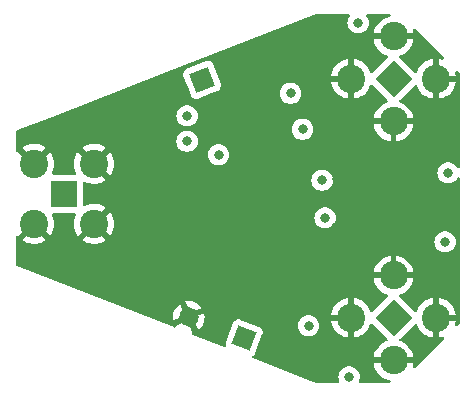
<source format=gbr>
%TF.GenerationSoftware,KiCad,Pcbnew,7.0.5*%
%TF.CreationDate,2023-11-04T19:56:55-04:00*%
%TF.ProjectId,Switch,53776974-6368-42e6-9b69-6361645f7063,rev?*%
%TF.SameCoordinates,Original*%
%TF.FileFunction,Copper,L2,Inr*%
%TF.FilePolarity,Positive*%
%FSLAX46Y46*%
G04 Gerber Fmt 4.6, Leading zero omitted, Abs format (unit mm)*
G04 Created by KiCad (PCBNEW 7.0.5) date 2023-11-04 19:56:55*
%MOMM*%
%LPD*%
G01*
G04 APERTURE LIST*
G04 Aperture macros list*
%AMRotRect*
0 Rectangle, with rotation*
0 The origin of the aperture is its center*
0 $1 length*
0 $2 width*
0 $3 Rotation angle, in degrees counterclockwise*
0 Add horizontal line*
21,1,$1,$2,0,0,$3*%
G04 Aperture macros list end*
%TA.AperFunction,ComponentPad*%
%ADD10RotRect,1.650000X1.650000X339.000000*%
%TD*%
%TA.AperFunction,ComponentPad*%
%ADD11C,1.650000*%
%TD*%
%TA.AperFunction,ComponentPad*%
%ADD12RotRect,2.250000X2.250000X45.000000*%
%TD*%
%TA.AperFunction,ComponentPad*%
%ADD13C,2.400000*%
%TD*%
%TA.AperFunction,ComponentPad*%
%ADD14RotRect,2.250000X2.250000X315.000000*%
%TD*%
%TA.AperFunction,ComponentPad*%
%ADD15RotRect,1.700000X1.700000X21.000000*%
%TD*%
%TA.AperFunction,ComponentPad*%
%ADD16R,2.250000X2.250000*%
%TD*%
%TA.AperFunction,ViaPad*%
%ADD17C,0.800000*%
%TD*%
G04 APERTURE END LIST*
D10*
%TO.N,+3.3V*%
%TO.C,J1*%
X156972000Y-94996000D03*
D11*
%TO.N,GND*%
X152304098Y-93204160D03*
%TD*%
D12*
%TO.N,LNA_INPUT*%
%TO.C,J3*%
X169627525Y-73069476D03*
D13*
%TO.N,GND*%
X166035423Y-73069476D03*
X169627525Y-76661578D03*
X173219627Y-73069476D03*
X169627525Y-69477374D03*
%TD*%
D14*
%TO.N,Power_Amp_Out*%
%TO.C,J4*%
X169627525Y-93300525D03*
D13*
%TO.N,GND*%
X169627525Y-89708423D03*
X166035423Y-93300525D03*
X169627525Y-96892627D03*
X173219627Y-93300525D03*
%TD*%
D15*
%TO.N,Net-(J5-Pin_1)*%
%TO.C,J5*%
X153416000Y-73152000D03*
%TD*%
D16*
%TO.N,Filter_output*%
%TO.C,J2*%
X141732000Y-82804000D03*
D13*
%TO.N,GND*%
X144272000Y-85344000D03*
X144272000Y-80264000D03*
X139192000Y-80264000D03*
X139192000Y-85344000D03*
%TD*%
D17*
%TO.N,+3.3V*%
X173990000Y-86868000D03*
X152146000Y-76200000D03*
X160909000Y-74295000D03*
X165862000Y-98298000D03*
X174244000Y-81026000D03*
X162433000Y-93980000D03*
X166624000Y-68326000D03*
%TO.N,Net-(IC1-V1)*%
X154813000Y-79502000D03*
X163576000Y-81661000D03*
%TO.N,Net-(IC1-V2)*%
X152146000Y-78359000D03*
X163830000Y-84836000D03*
X161925000Y-77343000D03*
%TO.N,GND*%
X159385000Y-82042000D03*
X169164000Y-85852000D03*
X152908000Y-86614000D03*
X166116000Y-91186000D03*
X148590000Y-82042000D03*
X154178000Y-88900000D03*
X164719000Y-78486000D03*
X169164000Y-83312000D03*
X166751000Y-80391000D03*
X166751000Y-86106000D03*
X158496000Y-86868000D03*
X158242000Y-89408000D03*
X149860000Y-84582000D03*
X164719000Y-86741000D03*
X160528000Y-82042000D03*
X173228000Y-84836000D03*
X154178000Y-85344000D03*
X164719000Y-80518000D03*
X165354000Y-90424000D03*
X156464000Y-82042000D03*
X146785221Y-90451452D03*
X148971000Y-84963000D03*
X166878000Y-77343000D03*
X154940000Y-93472000D03*
X154813000Y-84582000D03*
X153924000Y-82042000D03*
X167005000Y-83312000D03*
X164592000Y-69088000D03*
X150114000Y-81915000D03*
X147574000Y-86487000D03*
X173228000Y-88900000D03*
X167386000Y-89789000D03*
X164719000Y-88011000D03*
X159258000Y-84582000D03*
X164846000Y-81534000D03*
X173736000Y-78740000D03*
X147193000Y-82169000D03*
X158242000Y-91694000D03*
X149860000Y-74168000D03*
X155194000Y-90678000D03*
X152400000Y-89916000D03*
X166751000Y-78359000D03*
X163068000Y-75692000D03*
X160274000Y-84582000D03*
X159566660Y-90396781D03*
X164719000Y-79502000D03*
X155321000Y-82042000D03*
X161671000Y-82042000D03*
X164719000Y-85598000D03*
X155956000Y-84582000D03*
X159258000Y-88392000D03*
X165227000Y-76200000D03*
X144697642Y-75664435D03*
X165989000Y-75311000D03*
X152527000Y-82042000D03*
X156464000Y-78486000D03*
X167513000Y-76454000D03*
X171704000Y-79756000D03*
X171196000Y-84328000D03*
X151257000Y-82042000D03*
X166751000Y-79375000D03*
X155942469Y-87049246D03*
X158242000Y-84582000D03*
X164846000Y-77216000D03*
X149860000Y-88392000D03*
X162052000Y-71628000D03*
X166751000Y-88646000D03*
X166751000Y-84963000D03*
X171196000Y-81788000D03*
X162511649Y-90903761D03*
X161544000Y-88265000D03*
X169164000Y-80772000D03*
X151003000Y-84582000D03*
X166751000Y-87376000D03*
X164719000Y-96774000D03*
X161036000Y-69596000D03*
X173228000Y-82296000D03*
X166751000Y-81534000D03*
X164846000Y-89281000D03*
X149606000Y-80391000D03*
X156718000Y-92202000D03*
X159258000Y-92964000D03*
X171196000Y-86868000D03*
X151511000Y-85344000D03*
X147828000Y-76708000D03*
X157099000Y-84582000D03*
X159004000Y-72136000D03*
X142748000Y-88900000D03*
%TD*%
%TA.AperFunction,Conductor*%
%TO.N,GND*%
G36*
X165886446Y-67584185D02*
G01*
X165932201Y-67636989D01*
X165942145Y-67706147D01*
X165913120Y-67769703D01*
X165911557Y-67771472D01*
X165891466Y-67793785D01*
X165796821Y-67957715D01*
X165796818Y-67957722D01*
X165782756Y-68001002D01*
X165738326Y-68137744D01*
X165718540Y-68326000D01*
X165738326Y-68514256D01*
X165738327Y-68514259D01*
X165796818Y-68694277D01*
X165796821Y-68694284D01*
X165891467Y-68858216D01*
X165992535Y-68970463D01*
X166018129Y-68998888D01*
X166171265Y-69110148D01*
X166171270Y-69110151D01*
X166344192Y-69187142D01*
X166344197Y-69187144D01*
X166529354Y-69226500D01*
X166529355Y-69226500D01*
X166718644Y-69226500D01*
X166718646Y-69226500D01*
X166903803Y-69187144D01*
X167076730Y-69110151D01*
X167229871Y-68998888D01*
X167356533Y-68858216D01*
X167451179Y-68694284D01*
X167509674Y-68514256D01*
X167529460Y-68326000D01*
X167509674Y-68137744D01*
X167451179Y-67957716D01*
X167356533Y-67793784D01*
X167336442Y-67771471D01*
X167306213Y-67708481D01*
X167314838Y-67639146D01*
X167359579Y-67585480D01*
X167426232Y-67564522D01*
X167428593Y-67564500D01*
X169257785Y-67564500D01*
X169324824Y-67584185D01*
X169370579Y-67636989D01*
X169380523Y-67706147D01*
X169351498Y-67769703D01*
X169292720Y-67807477D01*
X169276266Y-67811115D01*
X169248183Y-67815347D01*
X169248177Y-67815349D01*
X169004700Y-67890452D01*
X168775149Y-68000997D01*
X168775141Y-68001002D01*
X168564622Y-68144531D01*
X168377845Y-68317833D01*
X168218980Y-68517045D01*
X168091583Y-68737702D01*
X167998498Y-68974879D01*
X167998492Y-68974898D01*
X167941800Y-69223287D01*
X167941799Y-69223294D01*
X167941493Y-69227374D01*
X168867442Y-69227374D01*
X168842648Y-69298231D01*
X168822463Y-69477374D01*
X168842648Y-69656517D01*
X168867442Y-69727374D01*
X167941493Y-69727374D01*
X167941799Y-69731453D01*
X167941800Y-69731460D01*
X167998492Y-69979849D01*
X167998498Y-69979868D01*
X168091583Y-70217045D01*
X168091582Y-70217045D01*
X168218980Y-70437702D01*
X168377845Y-70636914D01*
X168564622Y-70810216D01*
X168775141Y-70953745D01*
X168775149Y-70953750D01*
X169004700Y-71064295D01*
X169059647Y-71081244D01*
X169117906Y-71119814D01*
X169146063Y-71183759D01*
X169135180Y-71252776D01*
X169110778Y-71287416D01*
X167845370Y-72552826D01*
X167784047Y-72586311D01*
X167714356Y-72581327D01*
X167658422Y-72539456D01*
X167642260Y-72510447D01*
X167571361Y-72329798D01*
X167443967Y-72109147D01*
X167285102Y-71909935D01*
X167098328Y-71736635D01*
X166887800Y-71593100D01*
X166887799Y-71593099D01*
X166658246Y-71482554D01*
X166658248Y-71482554D01*
X166414777Y-71407453D01*
X166414771Y-71407452D01*
X166285423Y-71387955D01*
X166285423Y-72309392D01*
X166214566Y-72284599D01*
X166080349Y-72269476D01*
X165990497Y-72269476D01*
X165856280Y-72284599D01*
X165785422Y-72309392D01*
X165785423Y-71387955D01*
X165656074Y-71407452D01*
X165656068Y-71407453D01*
X165412598Y-71482554D01*
X165183047Y-71593099D01*
X165183039Y-71593104D01*
X164972520Y-71736633D01*
X164785743Y-71909935D01*
X164626878Y-72109147D01*
X164499481Y-72329804D01*
X164406396Y-72566981D01*
X164406390Y-72567000D01*
X164349698Y-72815389D01*
X164349697Y-72815396D01*
X164349391Y-72819476D01*
X165275340Y-72819476D01*
X165250546Y-72890333D01*
X165230361Y-73069476D01*
X165250546Y-73248619D01*
X165275340Y-73319476D01*
X164349391Y-73319476D01*
X164349697Y-73323555D01*
X164349698Y-73323562D01*
X164406390Y-73571951D01*
X164406396Y-73571970D01*
X164499481Y-73809147D01*
X164499480Y-73809147D01*
X164626878Y-74029804D01*
X164785743Y-74229016D01*
X164972520Y-74402318D01*
X165183039Y-74545847D01*
X165183047Y-74545852D01*
X165412599Y-74656397D01*
X165412597Y-74656397D01*
X165656075Y-74731500D01*
X165656083Y-74731502D01*
X165785423Y-74750996D01*
X165785423Y-73829559D01*
X165856280Y-73854353D01*
X165990497Y-73869476D01*
X166080349Y-73869476D01*
X166214566Y-73854353D01*
X166285423Y-73829559D01*
X166285423Y-74750995D01*
X166414762Y-74731502D01*
X166414770Y-74731500D01*
X166658247Y-74656397D01*
X166887799Y-74545852D01*
X166887800Y-74545851D01*
X167098328Y-74402316D01*
X167285102Y-74229016D01*
X167443967Y-74029804D01*
X167571361Y-73809153D01*
X167642260Y-73628505D01*
X167685076Y-73573291D01*
X167750946Y-73549990D01*
X167818957Y-73566000D01*
X167845370Y-73586126D01*
X168185960Y-73926715D01*
X168805097Y-74545852D01*
X169110780Y-74851534D01*
X169144265Y-74912857D01*
X169139281Y-74982548D01*
X169097410Y-75038482D01*
X169059651Y-75057705D01*
X169004705Y-75074654D01*
X169004701Y-75074656D01*
X168775149Y-75185201D01*
X168775141Y-75185206D01*
X168564622Y-75328735D01*
X168377845Y-75502037D01*
X168218980Y-75701249D01*
X168091583Y-75921906D01*
X167998498Y-76159083D01*
X167998492Y-76159102D01*
X167941800Y-76407491D01*
X167941799Y-76407498D01*
X167941493Y-76411578D01*
X168867442Y-76411578D01*
X168842648Y-76482435D01*
X168822463Y-76661578D01*
X168842648Y-76840721D01*
X168867442Y-76911578D01*
X167941493Y-76911578D01*
X167941799Y-76915657D01*
X167941800Y-76915664D01*
X167998492Y-77164053D01*
X167998498Y-77164072D01*
X168091583Y-77401249D01*
X168091582Y-77401249D01*
X168218980Y-77621906D01*
X168377845Y-77821118D01*
X168564622Y-77994420D01*
X168775141Y-78137949D01*
X168775149Y-78137954D01*
X169004701Y-78248499D01*
X169004699Y-78248499D01*
X169248177Y-78323602D01*
X169248185Y-78323604D01*
X169377525Y-78343098D01*
X169377525Y-77421661D01*
X169448382Y-77446455D01*
X169582599Y-77461578D01*
X169672451Y-77461578D01*
X169806668Y-77446455D01*
X169877525Y-77421661D01*
X169877525Y-78343097D01*
X170006864Y-78323604D01*
X170006872Y-78323602D01*
X170250349Y-78248499D01*
X170479901Y-78137954D01*
X170479902Y-78137953D01*
X170690430Y-77994418D01*
X170877204Y-77821118D01*
X171036069Y-77621906D01*
X171163466Y-77401249D01*
X171256551Y-77164072D01*
X171256557Y-77164053D01*
X171313249Y-76915664D01*
X171313250Y-76915657D01*
X171313557Y-76911578D01*
X170387608Y-76911578D01*
X170412402Y-76840721D01*
X170432587Y-76661578D01*
X170412402Y-76482435D01*
X170387608Y-76411578D01*
X171313556Y-76411578D01*
X171313250Y-76407498D01*
X171313249Y-76407491D01*
X171256557Y-76159102D01*
X171256551Y-76159083D01*
X171163466Y-75921906D01*
X171163467Y-75921906D01*
X171036069Y-75701249D01*
X170877204Y-75502037D01*
X170690430Y-75328737D01*
X170479902Y-75185202D01*
X170479901Y-75185201D01*
X170250349Y-75074656D01*
X170195400Y-75057707D01*
X170137141Y-75019137D01*
X170108983Y-74955192D01*
X170119867Y-74886175D01*
X170144264Y-74851540D01*
X171409682Y-73586121D01*
X171471001Y-73552639D01*
X171540692Y-73557623D01*
X171596626Y-73599494D01*
X171612787Y-73628503D01*
X171683685Y-73809147D01*
X171683684Y-73809147D01*
X171811082Y-74029804D01*
X171969947Y-74229016D01*
X172156724Y-74402318D01*
X172367243Y-74545847D01*
X172367251Y-74545852D01*
X172596803Y-74656397D01*
X172596801Y-74656397D01*
X172840279Y-74731500D01*
X172840287Y-74731502D01*
X172969627Y-74750996D01*
X172969627Y-73829559D01*
X173040484Y-73854353D01*
X173174701Y-73869476D01*
X173264553Y-73869476D01*
X173398770Y-73854353D01*
X173469627Y-73829559D01*
X173469627Y-74750995D01*
X173598966Y-74731502D01*
X173598974Y-74731500D01*
X173842451Y-74656397D01*
X174072003Y-74545852D01*
X174072004Y-74545851D01*
X174282532Y-74402316D01*
X174469306Y-74229016D01*
X174628171Y-74029804D01*
X174755568Y-73809147D01*
X174848653Y-73571970D01*
X174848659Y-73571951D01*
X174905351Y-73323562D01*
X174905352Y-73323555D01*
X174905659Y-73319476D01*
X173979710Y-73319476D01*
X174004504Y-73248619D01*
X174024689Y-73069476D01*
X174004504Y-72890333D01*
X173979710Y-72819476D01*
X174905658Y-72819476D01*
X174905352Y-72815396D01*
X174905351Y-72815389D01*
X174848659Y-72567000D01*
X174847291Y-72562565D01*
X174849450Y-72561898D01*
X174844070Y-72501508D01*
X174876480Y-72439609D01*
X174937209Y-72405059D01*
X175006977Y-72408827D01*
X175053359Y-72438066D01*
X175223181Y-72607888D01*
X175256666Y-72669211D01*
X175259500Y-72695569D01*
X175259499Y-80521123D01*
X175239814Y-80588162D01*
X175187010Y-80633917D01*
X175117852Y-80643861D01*
X175054296Y-80614836D01*
X175028115Y-80583126D01*
X174976533Y-80493784D01*
X174849871Y-80353112D01*
X174849870Y-80353111D01*
X174696734Y-80241851D01*
X174696729Y-80241848D01*
X174523807Y-80164857D01*
X174523802Y-80164855D01*
X174378001Y-80133865D01*
X174338646Y-80125500D01*
X174149354Y-80125500D01*
X174116897Y-80132398D01*
X173964197Y-80164855D01*
X173964192Y-80164857D01*
X173791270Y-80241848D01*
X173791265Y-80241851D01*
X173638129Y-80353111D01*
X173511466Y-80493785D01*
X173416821Y-80657715D01*
X173416818Y-80657722D01*
X173370636Y-80799857D01*
X173358326Y-80837744D01*
X173338540Y-81026000D01*
X173358326Y-81214256D01*
X173358327Y-81214259D01*
X173416818Y-81394277D01*
X173416821Y-81394284D01*
X173511467Y-81558216D01*
X173638128Y-81698887D01*
X173638129Y-81698888D01*
X173791265Y-81810148D01*
X173791270Y-81810151D01*
X173964192Y-81887142D01*
X173964197Y-81887144D01*
X174149354Y-81926500D01*
X174149355Y-81926500D01*
X174338644Y-81926500D01*
X174338646Y-81926500D01*
X174523803Y-81887144D01*
X174696730Y-81810151D01*
X174849871Y-81698888D01*
X174976533Y-81558216D01*
X175028113Y-81468875D01*
X175078677Y-81420661D01*
X175147284Y-81407437D01*
X175212149Y-81433404D01*
X175252679Y-81490318D01*
X175259499Y-81530876D01*
X175259500Y-82803901D01*
X175259500Y-93674429D01*
X175239815Y-93741468D01*
X175223181Y-93762110D01*
X175053360Y-93931931D01*
X174992037Y-93965416D01*
X174922345Y-93960432D01*
X174866412Y-93918560D01*
X174841995Y-93853096D01*
X174848934Y-93807943D01*
X174847291Y-93807436D01*
X174848659Y-93803000D01*
X174905351Y-93554611D01*
X174905352Y-93554604D01*
X174905659Y-93550525D01*
X173979710Y-93550525D01*
X174004504Y-93479668D01*
X174024689Y-93300525D01*
X174004504Y-93121382D01*
X173979710Y-93050525D01*
X174905658Y-93050525D01*
X174905352Y-93046445D01*
X174905351Y-93046438D01*
X174848659Y-92798049D01*
X174848653Y-92798030D01*
X174755568Y-92560853D01*
X174755569Y-92560853D01*
X174628171Y-92340196D01*
X174469306Y-92140984D01*
X174282532Y-91967684D01*
X174072004Y-91824149D01*
X174072003Y-91824148D01*
X173842450Y-91713603D01*
X173842452Y-91713603D01*
X173598981Y-91638502D01*
X173598975Y-91638501D01*
X173469627Y-91619004D01*
X173469627Y-92540441D01*
X173398770Y-92515648D01*
X173264553Y-92500525D01*
X173174701Y-92500525D01*
X173040484Y-92515648D01*
X172969627Y-92540441D01*
X172969627Y-91619004D01*
X172840278Y-91638501D01*
X172840272Y-91638502D01*
X172596802Y-91713603D01*
X172367251Y-91824148D01*
X172367243Y-91824153D01*
X172156724Y-91967682D01*
X171969947Y-92140984D01*
X171811082Y-92340196D01*
X171683686Y-92560851D01*
X171612788Y-92741496D01*
X171569972Y-92796709D01*
X171504102Y-92820010D01*
X171436091Y-92803999D01*
X171409679Y-92783874D01*
X170499903Y-91874099D01*
X170144268Y-91518465D01*
X170110784Y-91457143D01*
X170115768Y-91387452D01*
X170157639Y-91331518D01*
X170195400Y-91312294D01*
X170250349Y-91295344D01*
X170479901Y-91184799D01*
X170479902Y-91184798D01*
X170690430Y-91041263D01*
X170877204Y-90867963D01*
X171036069Y-90668751D01*
X171163466Y-90448094D01*
X171256551Y-90210917D01*
X171256557Y-90210898D01*
X171313249Y-89962509D01*
X171313250Y-89962502D01*
X171313557Y-89958423D01*
X170387608Y-89958423D01*
X170412402Y-89887566D01*
X170432587Y-89708423D01*
X170412402Y-89529280D01*
X170387608Y-89458423D01*
X171313556Y-89458423D01*
X171313250Y-89454343D01*
X171313249Y-89454336D01*
X171256557Y-89205947D01*
X171256551Y-89205928D01*
X171163466Y-88968751D01*
X171163467Y-88968751D01*
X171036069Y-88748094D01*
X170877204Y-88548882D01*
X170690430Y-88375582D01*
X170479902Y-88232047D01*
X170479901Y-88232046D01*
X170250348Y-88121501D01*
X170250350Y-88121501D01*
X170006879Y-88046400D01*
X170006873Y-88046399D01*
X169877525Y-88026902D01*
X169877525Y-88948339D01*
X169806668Y-88923546D01*
X169672451Y-88908423D01*
X169582599Y-88908423D01*
X169448382Y-88923546D01*
X169377525Y-88948339D01*
X169377525Y-88026902D01*
X169248176Y-88046399D01*
X169248170Y-88046400D01*
X169004700Y-88121501D01*
X168775149Y-88232046D01*
X168775141Y-88232051D01*
X168564622Y-88375580D01*
X168377845Y-88548882D01*
X168218980Y-88748094D01*
X168091583Y-88968751D01*
X167998498Y-89205928D01*
X167998492Y-89205947D01*
X167941800Y-89454336D01*
X167941799Y-89454343D01*
X167941493Y-89458423D01*
X168867442Y-89458423D01*
X168842648Y-89529280D01*
X168822463Y-89708423D01*
X168842648Y-89887566D01*
X168867442Y-89958423D01*
X167941493Y-89958423D01*
X167941799Y-89962502D01*
X167941800Y-89962509D01*
X167998492Y-90210898D01*
X167998498Y-90210917D01*
X168091583Y-90448094D01*
X168091582Y-90448094D01*
X168218980Y-90668751D01*
X168377845Y-90867963D01*
X168564622Y-91041265D01*
X168775141Y-91184794D01*
X168775149Y-91184799D01*
X169004700Y-91295344D01*
X169059647Y-91312293D01*
X169117906Y-91350863D01*
X169146063Y-91414808D01*
X169135180Y-91483825D01*
X169110778Y-91518465D01*
X167845370Y-92783875D01*
X167784047Y-92817360D01*
X167714356Y-92812376D01*
X167658422Y-92770505D01*
X167642260Y-92741496D01*
X167571361Y-92560847D01*
X167443967Y-92340196D01*
X167285102Y-92140984D01*
X167098328Y-91967684D01*
X166887800Y-91824149D01*
X166887799Y-91824148D01*
X166658246Y-91713603D01*
X166658248Y-91713603D01*
X166414777Y-91638502D01*
X166414771Y-91638501D01*
X166285423Y-91619004D01*
X166285423Y-92540441D01*
X166214566Y-92515648D01*
X166080349Y-92500525D01*
X165990497Y-92500525D01*
X165856280Y-92515648D01*
X165785422Y-92540441D01*
X165785423Y-91619004D01*
X165656074Y-91638501D01*
X165656068Y-91638502D01*
X165412598Y-91713603D01*
X165183047Y-91824148D01*
X165183039Y-91824153D01*
X164972520Y-91967682D01*
X164785743Y-92140984D01*
X164626878Y-92340196D01*
X164499481Y-92560853D01*
X164406396Y-92798030D01*
X164406390Y-92798049D01*
X164349698Y-93046438D01*
X164349697Y-93046445D01*
X164349391Y-93050525D01*
X165275340Y-93050525D01*
X165250546Y-93121382D01*
X165230361Y-93300525D01*
X165250546Y-93479668D01*
X165275340Y-93550525D01*
X164349391Y-93550525D01*
X164349697Y-93554604D01*
X164349698Y-93554611D01*
X164406390Y-93803000D01*
X164406396Y-93803019D01*
X164499481Y-94040196D01*
X164499480Y-94040196D01*
X164626878Y-94260853D01*
X164785743Y-94460065D01*
X164972520Y-94633367D01*
X165183039Y-94776896D01*
X165183047Y-94776901D01*
X165412599Y-94887446D01*
X165412597Y-94887446D01*
X165656075Y-94962549D01*
X165656083Y-94962551D01*
X165785423Y-94982045D01*
X165785423Y-94060608D01*
X165856280Y-94085402D01*
X165990497Y-94100525D01*
X166080349Y-94100525D01*
X166214566Y-94085402D01*
X166285423Y-94060608D01*
X166285423Y-94982044D01*
X166414762Y-94962551D01*
X166414770Y-94962549D01*
X166658247Y-94887446D01*
X166887799Y-94776901D01*
X166887800Y-94776900D01*
X167098328Y-94633365D01*
X167285102Y-94460065D01*
X167443967Y-94260853D01*
X167571361Y-94040202D01*
X167642260Y-93859554D01*
X167685076Y-93804340D01*
X167750946Y-93781039D01*
X167818957Y-93797049D01*
X167845370Y-93817175D01*
X168196452Y-94168256D01*
X168869340Y-94841144D01*
X169110780Y-95082583D01*
X169144265Y-95143906D01*
X169139281Y-95213597D01*
X169097410Y-95269531D01*
X169059651Y-95288754D01*
X169004705Y-95305703D01*
X169004701Y-95305705D01*
X168775149Y-95416250D01*
X168775141Y-95416255D01*
X168564622Y-95559784D01*
X168377845Y-95733086D01*
X168218980Y-95932298D01*
X168091583Y-96152955D01*
X167998498Y-96390132D01*
X167998492Y-96390151D01*
X167941800Y-96638540D01*
X167941799Y-96638547D01*
X167941493Y-96642627D01*
X168867442Y-96642627D01*
X168842648Y-96713484D01*
X168822463Y-96892627D01*
X168842648Y-97071770D01*
X168867442Y-97142627D01*
X167941493Y-97142627D01*
X167941799Y-97146706D01*
X167941800Y-97146713D01*
X167998492Y-97395102D01*
X167998498Y-97395121D01*
X168091583Y-97632298D01*
X168091582Y-97632298D01*
X168218980Y-97852955D01*
X168377845Y-98052167D01*
X168564622Y-98225469D01*
X168775141Y-98368998D01*
X168775149Y-98369003D01*
X169004701Y-98479548D01*
X169004699Y-98479548D01*
X169248177Y-98554651D01*
X169248183Y-98554653D01*
X169276260Y-98558885D01*
X169339617Y-98588341D01*
X169376991Y-98647375D01*
X169376516Y-98717243D01*
X169338343Y-98775763D01*
X169274591Y-98804355D01*
X169257779Y-98805500D01*
X166814617Y-98805500D01*
X166747578Y-98785815D01*
X166701823Y-98733011D01*
X166691879Y-98663853D01*
X166696686Y-98643182D01*
X166738982Y-98513006D01*
X166747674Y-98486256D01*
X166767460Y-98298000D01*
X166747674Y-98109744D01*
X166689179Y-97929716D01*
X166594533Y-97765784D01*
X166467871Y-97625112D01*
X166467870Y-97625111D01*
X166314734Y-97513851D01*
X166314729Y-97513848D01*
X166141807Y-97436857D01*
X166141802Y-97436855D01*
X165968619Y-97400045D01*
X165956646Y-97397500D01*
X165767354Y-97397500D01*
X165755381Y-97400045D01*
X165582197Y-97436855D01*
X165582192Y-97436857D01*
X165409270Y-97513848D01*
X165409265Y-97513851D01*
X165256129Y-97625111D01*
X165129466Y-97765785D01*
X165034821Y-97929715D01*
X165034818Y-97929722D01*
X164976327Y-98109740D01*
X164976326Y-98109744D01*
X164956540Y-98298000D01*
X164976326Y-98486256D01*
X164976327Y-98486259D01*
X165027314Y-98643182D01*
X165029309Y-98713023D01*
X164993229Y-98772856D01*
X164930528Y-98803684D01*
X164909383Y-98805500D01*
X163091419Y-98805500D01*
X163046364Y-98797025D01*
X163024361Y-98788444D01*
X162424898Y-98554653D01*
X157715164Y-96717856D01*
X157659859Y-96675158D01*
X157636417Y-96609339D01*
X157652282Y-96541294D01*
X157694176Y-96497382D01*
X157774026Y-96447135D01*
X157869306Y-96339268D01*
X157896651Y-96285914D01*
X158522269Y-94656120D01*
X158537650Y-94598172D01*
X158539020Y-94454256D01*
X158499788Y-94315785D01*
X158499787Y-94315782D01*
X158423136Y-94193976D01*
X158423135Y-94193974D01*
X158315268Y-94098694D01*
X158315263Y-94098691D01*
X158315261Y-94098690D01*
X158261915Y-94071349D01*
X158261913Y-94071348D01*
X158023943Y-93980000D01*
X161527540Y-93980000D01*
X161547326Y-94168256D01*
X161547327Y-94168259D01*
X161605818Y-94348277D01*
X161605821Y-94348284D01*
X161700467Y-94512216D01*
X161795431Y-94617684D01*
X161827129Y-94652888D01*
X161980265Y-94764148D01*
X161980270Y-94764151D01*
X162153192Y-94841142D01*
X162153197Y-94841144D01*
X162338354Y-94880500D01*
X162338355Y-94880500D01*
X162527644Y-94880500D01*
X162527646Y-94880500D01*
X162712803Y-94841144D01*
X162885730Y-94764151D01*
X163038871Y-94652888D01*
X163165533Y-94512216D01*
X163260179Y-94348284D01*
X163318674Y-94168256D01*
X163338460Y-93980000D01*
X163318674Y-93791744D01*
X163260179Y-93611716D01*
X163165533Y-93447784D01*
X163038871Y-93307112D01*
X163029805Y-93300525D01*
X162885734Y-93195851D01*
X162885729Y-93195848D01*
X162712807Y-93118857D01*
X162712802Y-93118855D01*
X162567001Y-93087865D01*
X162527646Y-93079500D01*
X162338354Y-93079500D01*
X162305897Y-93086398D01*
X162153197Y-93118855D01*
X162153192Y-93118857D01*
X161980270Y-93195848D01*
X161980265Y-93195851D01*
X161827129Y-93307111D01*
X161700466Y-93447785D01*
X161605821Y-93611715D01*
X161605818Y-93611722D01*
X161548324Y-93788672D01*
X161547326Y-93791744D01*
X161527540Y-93980000D01*
X158023943Y-93980000D01*
X156632124Y-93445732D01*
X156621191Y-93442830D01*
X156574172Y-93430350D01*
X156574170Y-93430349D01*
X156574162Y-93430349D01*
X156430256Y-93428979D01*
X156291785Y-93468211D01*
X156291782Y-93468212D01*
X156169976Y-93544863D01*
X156169974Y-93544864D01*
X156169974Y-93544865D01*
X156161365Y-93554611D01*
X156074695Y-93652731D01*
X156074690Y-93652738D01*
X156047349Y-93706084D01*
X156047348Y-93706086D01*
X155421732Y-95335875D01*
X155406350Y-95393828D01*
X155406349Y-95393837D01*
X155404979Y-95537744D01*
X155425910Y-95611621D01*
X155425245Y-95681487D01*
X155386913Y-95739903D01*
X155323084Y-95768322D01*
X155261551Y-95760947D01*
X152608356Y-94726201D01*
X152553051Y-94683503D01*
X152529609Y-94617684D01*
X152545474Y-94549639D01*
X152595608Y-94500973D01*
X152604082Y-94497653D01*
X152605249Y-94495206D01*
X152319837Y-93854160D01*
X152344992Y-93854160D01*
X152467031Y-93838743D01*
X152619727Y-93778286D01*
X152752590Y-93681755D01*
X152777168Y-93652044D01*
X153061732Y-94291185D01*
X153159046Y-94223045D01*
X153322979Y-94059111D01*
X153455965Y-93869190D01*
X153553945Y-93659069D01*
X153553949Y-93659060D01*
X153613950Y-93435128D01*
X153613952Y-93435118D01*
X153634159Y-93204160D01*
X153634159Y-93204159D01*
X153613952Y-92973201D01*
X153613950Y-92973191D01*
X153595145Y-92903007D01*
X153595144Y-92903007D01*
X152954384Y-93188291D01*
X152947659Y-93081394D01*
X152896910Y-92925204D01*
X152808912Y-92786541D01*
X152750542Y-92731729D01*
X153391122Y-92446525D01*
X153322983Y-92349212D01*
X153159049Y-92185278D01*
X152969128Y-92052292D01*
X152759007Y-91954312D01*
X152758998Y-91954308D01*
X152535066Y-91894307D01*
X152535056Y-91894305D01*
X152304099Y-91874099D01*
X152304097Y-91874099D01*
X152073140Y-91894305D01*
X152073124Y-91894308D01*
X152002946Y-91913111D01*
X152002946Y-91913112D01*
X152288358Y-92554160D01*
X152263204Y-92554160D01*
X152141165Y-92569577D01*
X151988469Y-92630034D01*
X151855606Y-92726565D01*
X151831027Y-92756275D01*
X151546463Y-92117133D01*
X151449153Y-92185272D01*
X151449147Y-92185277D01*
X151285212Y-92349211D01*
X151152231Y-92539128D01*
X151152230Y-92539130D01*
X151054250Y-92749250D01*
X151054246Y-92749259D01*
X150994245Y-92973191D01*
X150994243Y-92973201D01*
X150974037Y-93204159D01*
X150974037Y-93204160D01*
X150994243Y-93435117D01*
X150994246Y-93435130D01*
X151013049Y-93505310D01*
X151653811Y-93220025D01*
X151660537Y-93326926D01*
X151711286Y-93483116D01*
X151799284Y-93621779D01*
X151857651Y-93676589D01*
X151217071Y-93961794D01*
X151212107Y-93979691D01*
X151218180Y-93997697D01*
X151201170Y-94065464D01*
X151150222Y-94113277D01*
X151081512Y-94125955D01*
X151049223Y-94118139D01*
X137747445Y-88930446D01*
X137692140Y-88887748D01*
X137668698Y-88821929D01*
X137668500Y-88814921D01*
X137668500Y-86479337D01*
X137688185Y-86412298D01*
X137740989Y-86366543D01*
X137799454Y-86355532D01*
X137825453Y-86356992D01*
X138475338Y-85707108D01*
X138562577Y-85845948D01*
X138690052Y-85973423D01*
X138828890Y-86060661D01*
X138178813Y-86710737D01*
X138339623Y-86820375D01*
X138339624Y-86820376D01*
X138569176Y-86930921D01*
X138569174Y-86930921D01*
X138812652Y-87006024D01*
X138812658Y-87006026D01*
X139064595Y-87043999D01*
X139064604Y-87044000D01*
X139319396Y-87044000D01*
X139319404Y-87043999D01*
X139571341Y-87006026D01*
X139571347Y-87006024D01*
X139814824Y-86930921D01*
X140044381Y-86820373D01*
X140205185Y-86710737D01*
X139555108Y-86060661D01*
X139693948Y-85973423D01*
X139821423Y-85845948D01*
X139908661Y-85707108D01*
X140558545Y-86356993D01*
X140600545Y-86304327D01*
X140727941Y-86083671D01*
X140821026Y-85846494D01*
X140821031Y-85846477D01*
X140877726Y-85598079D01*
X140896767Y-85344004D01*
X140896767Y-85343995D01*
X140877726Y-85089920D01*
X140821031Y-84841522D01*
X140821026Y-84841505D01*
X140726247Y-84600010D01*
X140728051Y-84599301D01*
X140718023Y-84538341D01*
X140745755Y-84474210D01*
X140803756Y-84435254D01*
X140841087Y-84429499D01*
X142622907Y-84429499D01*
X142689946Y-84449184D01*
X142735701Y-84501988D01*
X142745645Y-84571146D01*
X142736947Y-84599693D01*
X142737753Y-84600010D01*
X142642973Y-84841505D01*
X142642968Y-84841522D01*
X142586273Y-85089920D01*
X142567233Y-85343995D01*
X142567233Y-85344004D01*
X142586273Y-85598079D01*
X142642968Y-85846477D01*
X142642973Y-85846494D01*
X142736058Y-86083671D01*
X142736057Y-86083671D01*
X142863457Y-86304332D01*
X142905452Y-86356993D01*
X143555338Y-85707107D01*
X143642577Y-85845948D01*
X143770052Y-85973423D01*
X143908890Y-86060661D01*
X143258813Y-86710737D01*
X143419623Y-86820375D01*
X143419624Y-86820376D01*
X143649176Y-86930921D01*
X143649174Y-86930921D01*
X143892652Y-87006024D01*
X143892658Y-87006026D01*
X144144595Y-87043999D01*
X144144604Y-87044000D01*
X144399396Y-87044000D01*
X144399404Y-87043999D01*
X144651341Y-87006026D01*
X144651347Y-87006024D01*
X144894824Y-86930921D01*
X145025482Y-86868000D01*
X173084540Y-86868000D01*
X173104326Y-87056256D01*
X173104327Y-87056259D01*
X173162818Y-87236277D01*
X173162821Y-87236284D01*
X173257467Y-87400216D01*
X173384128Y-87540887D01*
X173384129Y-87540888D01*
X173537265Y-87652148D01*
X173537270Y-87652151D01*
X173710192Y-87729142D01*
X173710197Y-87729144D01*
X173895354Y-87768500D01*
X173895355Y-87768500D01*
X174084644Y-87768500D01*
X174084646Y-87768500D01*
X174269803Y-87729144D01*
X174442730Y-87652151D01*
X174595871Y-87540888D01*
X174722533Y-87400216D01*
X174817179Y-87236284D01*
X174875674Y-87056256D01*
X174895460Y-86868000D01*
X174875674Y-86679744D01*
X174817179Y-86499716D01*
X174722533Y-86335784D01*
X174595871Y-86195112D01*
X174595870Y-86195111D01*
X174442734Y-86083851D01*
X174442729Y-86083848D01*
X174269807Y-86006857D01*
X174269802Y-86006855D01*
X174124001Y-85975865D01*
X174084646Y-85967500D01*
X173895354Y-85967500D01*
X173867488Y-85973423D01*
X173710197Y-86006855D01*
X173710192Y-86006857D01*
X173537270Y-86083848D01*
X173537265Y-86083851D01*
X173384129Y-86195111D01*
X173257466Y-86335785D01*
X173162821Y-86499715D01*
X173162818Y-86499722D01*
X173104327Y-86679740D01*
X173104326Y-86679744D01*
X173084540Y-86868000D01*
X145025482Y-86868000D01*
X145124381Y-86820373D01*
X145285185Y-86710737D01*
X144635108Y-86060661D01*
X144773948Y-85973423D01*
X144901423Y-85845948D01*
X144988661Y-85707108D01*
X145638545Y-86356993D01*
X145680545Y-86304327D01*
X145807941Y-86083671D01*
X145901026Y-85846494D01*
X145901031Y-85846477D01*
X145957726Y-85598079D01*
X145976767Y-85344004D01*
X145976767Y-85343995D01*
X145957726Y-85089920D01*
X145901031Y-84841522D01*
X145901026Y-84841505D01*
X145898865Y-84836000D01*
X162924540Y-84836000D01*
X162944326Y-85024256D01*
X162944327Y-85024259D01*
X163002818Y-85204277D01*
X163002821Y-85204284D01*
X163097467Y-85368216D01*
X163224128Y-85508887D01*
X163224129Y-85508888D01*
X163377265Y-85620148D01*
X163377270Y-85620151D01*
X163550192Y-85697142D01*
X163550197Y-85697144D01*
X163735354Y-85736500D01*
X163735355Y-85736500D01*
X163924644Y-85736500D01*
X163924646Y-85736500D01*
X164109803Y-85697144D01*
X164282730Y-85620151D01*
X164435871Y-85508888D01*
X164562533Y-85368216D01*
X164657179Y-85204284D01*
X164715674Y-85024256D01*
X164735460Y-84836000D01*
X164715674Y-84647744D01*
X164657179Y-84467716D01*
X164562533Y-84303784D01*
X164435871Y-84163112D01*
X164435870Y-84163111D01*
X164282734Y-84051851D01*
X164282729Y-84051848D01*
X164109807Y-83974857D01*
X164109802Y-83974855D01*
X163964000Y-83943865D01*
X163924646Y-83935500D01*
X163735354Y-83935500D01*
X163702897Y-83942398D01*
X163550197Y-83974855D01*
X163550192Y-83974857D01*
X163377270Y-84051848D01*
X163377265Y-84051851D01*
X163224129Y-84163111D01*
X163097466Y-84303785D01*
X163002821Y-84467715D01*
X163002818Y-84467722D01*
X162944327Y-84647740D01*
X162944326Y-84647744D01*
X162924540Y-84836000D01*
X145898865Y-84836000D01*
X145807941Y-84604328D01*
X145807942Y-84604328D01*
X145680544Y-84383671D01*
X145638546Y-84331006D01*
X144988661Y-84980890D01*
X144901423Y-84842052D01*
X144773948Y-84714577D01*
X144635108Y-84627338D01*
X145285185Y-83977261D01*
X145124377Y-83867624D01*
X145124376Y-83867623D01*
X144894823Y-83757078D01*
X144894825Y-83757078D01*
X144651347Y-83681975D01*
X144651341Y-83681973D01*
X144399404Y-83644000D01*
X144144595Y-83644000D01*
X143892658Y-83681973D01*
X143892652Y-83681975D01*
X143649175Y-83757078D01*
X143535300Y-83811918D01*
X143466359Y-83823270D01*
X143402225Y-83795548D01*
X143363259Y-83737552D01*
X143357499Y-83700203D01*
X143357499Y-81907801D01*
X143377184Y-81840763D01*
X143429988Y-81795008D01*
X143499146Y-81785064D01*
X143535300Y-81796082D01*
X143649176Y-81850921D01*
X143649174Y-81850921D01*
X143892652Y-81926024D01*
X143892658Y-81926026D01*
X144144595Y-81963999D01*
X144144604Y-81964000D01*
X144399396Y-81964000D01*
X144399404Y-81963999D01*
X144651341Y-81926026D01*
X144651347Y-81926024D01*
X144894824Y-81850921D01*
X145124381Y-81740373D01*
X145240798Y-81661000D01*
X162670540Y-81661000D01*
X162690326Y-81849256D01*
X162690327Y-81849259D01*
X162748818Y-82029277D01*
X162748821Y-82029284D01*
X162843467Y-82193216D01*
X162970129Y-82333888D01*
X163123265Y-82445148D01*
X163123270Y-82445151D01*
X163296192Y-82522142D01*
X163296197Y-82522144D01*
X163481354Y-82561500D01*
X163481355Y-82561500D01*
X163670644Y-82561500D01*
X163670646Y-82561500D01*
X163855803Y-82522144D01*
X164028730Y-82445151D01*
X164181871Y-82333888D01*
X164308533Y-82193216D01*
X164403179Y-82029284D01*
X164461674Y-81849256D01*
X164481460Y-81661000D01*
X164461674Y-81472744D01*
X164403179Y-81292716D01*
X164308533Y-81128784D01*
X164181871Y-80988112D01*
X164181870Y-80988111D01*
X164028734Y-80876851D01*
X164028729Y-80876848D01*
X163855807Y-80799857D01*
X163855802Y-80799855D01*
X163696277Y-80765948D01*
X163670646Y-80760500D01*
X163481354Y-80760500D01*
X163455723Y-80765948D01*
X163296197Y-80799855D01*
X163296192Y-80799857D01*
X163123270Y-80876848D01*
X163123265Y-80876851D01*
X162970129Y-80988111D01*
X162843466Y-81128785D01*
X162748821Y-81292715D01*
X162748818Y-81292722D01*
X162691582Y-81468878D01*
X162690326Y-81472744D01*
X162670540Y-81661000D01*
X145240798Y-81661000D01*
X145285185Y-81630737D01*
X144635108Y-80980661D01*
X144773948Y-80893423D01*
X144901423Y-80765948D01*
X144988661Y-80627108D01*
X145638545Y-81276993D01*
X145680545Y-81224327D01*
X145807941Y-81003671D01*
X145901026Y-80766494D01*
X145901031Y-80766477D01*
X145957726Y-80518079D01*
X145976767Y-80264004D01*
X145976767Y-80263995D01*
X145957726Y-80009920D01*
X145901031Y-79761522D01*
X145901026Y-79761505D01*
X145807941Y-79524328D01*
X145807942Y-79524328D01*
X145795051Y-79502000D01*
X153907540Y-79502000D01*
X153927326Y-79690256D01*
X153927327Y-79690259D01*
X153985818Y-79870277D01*
X153985821Y-79870284D01*
X154080467Y-80034216D01*
X154162660Y-80125500D01*
X154207129Y-80174888D01*
X154360265Y-80286148D01*
X154360270Y-80286151D01*
X154533192Y-80363142D01*
X154533197Y-80363144D01*
X154718354Y-80402500D01*
X154718355Y-80402500D01*
X154907644Y-80402500D01*
X154907646Y-80402500D01*
X155092803Y-80363144D01*
X155265730Y-80286151D01*
X155418871Y-80174888D01*
X155545533Y-80034216D01*
X155640179Y-79870284D01*
X155698674Y-79690256D01*
X155718460Y-79502000D01*
X155698674Y-79313744D01*
X155640179Y-79133716D01*
X155545533Y-78969784D01*
X155418871Y-78829112D01*
X155418870Y-78829111D01*
X155265734Y-78717851D01*
X155265729Y-78717848D01*
X155092807Y-78640857D01*
X155092802Y-78640855D01*
X154947001Y-78609865D01*
X154907646Y-78601500D01*
X154718354Y-78601500D01*
X154685897Y-78608398D01*
X154533197Y-78640855D01*
X154533192Y-78640857D01*
X154360270Y-78717848D01*
X154360265Y-78717851D01*
X154207129Y-78829111D01*
X154080466Y-78969785D01*
X153985821Y-79133715D01*
X153985818Y-79133722D01*
X153944951Y-79259500D01*
X153927326Y-79313744D01*
X153907540Y-79502000D01*
X145795051Y-79502000D01*
X145680544Y-79303671D01*
X145638546Y-79251006D01*
X144988661Y-79900890D01*
X144901423Y-79762052D01*
X144773948Y-79634577D01*
X144635107Y-79547337D01*
X145285185Y-78897261D01*
X145124377Y-78787624D01*
X145124376Y-78787623D01*
X144894823Y-78677078D01*
X144894825Y-78677078D01*
X144651347Y-78601975D01*
X144651341Y-78601973D01*
X144399404Y-78564000D01*
X144144595Y-78564000D01*
X143892658Y-78601973D01*
X143892652Y-78601975D01*
X143649175Y-78677078D01*
X143419624Y-78787623D01*
X143419616Y-78787628D01*
X143258813Y-78897261D01*
X143908891Y-79547338D01*
X143770052Y-79634577D01*
X143642577Y-79762052D01*
X143555338Y-79900891D01*
X142905453Y-79251006D01*
X142863455Y-79303670D01*
X142736058Y-79524328D01*
X142642973Y-79761505D01*
X142642968Y-79761522D01*
X142586273Y-80009920D01*
X142567233Y-80263995D01*
X142567233Y-80264004D01*
X142586273Y-80518079D01*
X142642968Y-80766477D01*
X142642973Y-80766494D01*
X142737753Y-81007990D01*
X142735940Y-81008701D01*
X142745982Y-81069618D01*
X142718271Y-81133758D01*
X142660282Y-81172733D01*
X142622907Y-81178500D01*
X140841093Y-81178500D01*
X140774054Y-81158815D01*
X140728299Y-81106011D01*
X140718355Y-81036853D01*
X140727056Y-81008307D01*
X140726247Y-81007990D01*
X140821026Y-80766494D01*
X140821031Y-80766477D01*
X140877726Y-80518079D01*
X140896767Y-80264004D01*
X140896767Y-80263995D01*
X140877726Y-80009920D01*
X140821031Y-79761522D01*
X140821026Y-79761505D01*
X140727941Y-79524328D01*
X140727942Y-79524328D01*
X140600544Y-79303671D01*
X140558545Y-79251005D01*
X139908660Y-79900890D01*
X139821423Y-79762052D01*
X139693948Y-79634577D01*
X139555107Y-79547337D01*
X140205185Y-78897261D01*
X140044377Y-78787624D01*
X140044376Y-78787623D01*
X139814823Y-78677078D01*
X139814825Y-78677078D01*
X139571347Y-78601975D01*
X139571341Y-78601973D01*
X139319404Y-78564000D01*
X139064595Y-78564000D01*
X138812658Y-78601973D01*
X138812652Y-78601975D01*
X138569175Y-78677078D01*
X138339624Y-78787623D01*
X138339616Y-78787628D01*
X138178813Y-78897261D01*
X138828891Y-79547338D01*
X138690052Y-79634577D01*
X138562577Y-79762052D01*
X138475338Y-79900891D01*
X137825452Y-79251005D01*
X137799452Y-79252466D01*
X137731415Y-79236571D01*
X137682771Y-79186415D01*
X137668500Y-79128661D01*
X137668500Y-78359000D01*
X151240540Y-78359000D01*
X151260326Y-78547256D01*
X151260327Y-78547259D01*
X151318818Y-78727277D01*
X151318821Y-78727284D01*
X151413467Y-78891216D01*
X151484211Y-78969785D01*
X151540129Y-79031888D01*
X151693265Y-79143148D01*
X151693270Y-79143151D01*
X151866192Y-79220142D01*
X151866197Y-79220144D01*
X152051354Y-79259500D01*
X152051355Y-79259500D01*
X152240644Y-79259500D01*
X152240646Y-79259500D01*
X152425803Y-79220144D01*
X152598730Y-79143151D01*
X152751871Y-79031888D01*
X152878533Y-78891216D01*
X152973179Y-78727284D01*
X153031674Y-78547256D01*
X153051460Y-78359000D01*
X153031674Y-78170744D01*
X152973179Y-77990716D01*
X152878533Y-77826784D01*
X152751871Y-77686112D01*
X152751870Y-77686111D01*
X152598734Y-77574851D01*
X152598729Y-77574848D01*
X152425807Y-77497857D01*
X152425802Y-77497855D01*
X152280000Y-77466865D01*
X152240646Y-77458500D01*
X152051354Y-77458500D01*
X152018897Y-77465398D01*
X151866197Y-77497855D01*
X151866192Y-77497857D01*
X151693270Y-77574848D01*
X151693265Y-77574851D01*
X151540129Y-77686111D01*
X151413466Y-77826785D01*
X151318821Y-77990715D01*
X151318818Y-77990722D01*
X151270980Y-78137954D01*
X151260326Y-78170744D01*
X151240540Y-78359000D01*
X137668500Y-78359000D01*
X137668500Y-77555077D01*
X137688185Y-77488038D01*
X137740989Y-77442283D01*
X137747431Y-77439557D01*
X137995013Y-77343000D01*
X161019540Y-77343000D01*
X161039326Y-77531256D01*
X161039327Y-77531259D01*
X161097818Y-77711277D01*
X161097821Y-77711284D01*
X161192467Y-77875216D01*
X161299797Y-77994418D01*
X161319129Y-78015888D01*
X161472265Y-78127148D01*
X161472270Y-78127151D01*
X161645192Y-78204142D01*
X161645197Y-78204144D01*
X161830354Y-78243500D01*
X161830355Y-78243500D01*
X162019644Y-78243500D01*
X162019646Y-78243500D01*
X162204803Y-78204144D01*
X162377730Y-78127151D01*
X162530871Y-78015888D01*
X162657533Y-77875216D01*
X162752179Y-77711284D01*
X162810674Y-77531256D01*
X162830460Y-77343000D01*
X162810674Y-77154744D01*
X162752179Y-76974716D01*
X162657533Y-76810784D01*
X162530871Y-76670112D01*
X162519125Y-76661578D01*
X162377734Y-76558851D01*
X162377729Y-76558848D01*
X162204807Y-76481857D01*
X162204802Y-76481855D01*
X162059000Y-76450865D01*
X162019646Y-76442500D01*
X161830354Y-76442500D01*
X161797897Y-76449398D01*
X161645197Y-76481855D01*
X161645192Y-76481857D01*
X161472270Y-76558848D01*
X161472265Y-76558851D01*
X161319129Y-76670111D01*
X161192466Y-76810785D01*
X161097821Y-76974715D01*
X161097818Y-76974722D01*
X161056951Y-77100500D01*
X161039326Y-77154744D01*
X161019540Y-77343000D01*
X137995013Y-77343000D01*
X140925783Y-76200000D01*
X151240540Y-76200000D01*
X151260326Y-76388256D01*
X151260327Y-76388259D01*
X151318818Y-76568277D01*
X151318821Y-76568284D01*
X151413467Y-76732216D01*
X151484211Y-76810785D01*
X151540129Y-76872888D01*
X151693265Y-76984148D01*
X151693270Y-76984151D01*
X151866192Y-77061142D01*
X151866197Y-77061144D01*
X152051354Y-77100500D01*
X152051355Y-77100500D01*
X152240644Y-77100500D01*
X152240646Y-77100500D01*
X152425803Y-77061144D01*
X152598730Y-76984151D01*
X152751871Y-76872888D01*
X152878533Y-76732216D01*
X152973179Y-76568284D01*
X153031674Y-76388256D01*
X153051460Y-76200000D01*
X153031674Y-76011744D01*
X152973179Y-75831716D01*
X152878533Y-75667784D01*
X152751871Y-75527112D01*
X152751870Y-75527111D01*
X152598734Y-75415851D01*
X152598729Y-75415848D01*
X152425807Y-75338857D01*
X152425802Y-75338855D01*
X152280000Y-75307865D01*
X152240646Y-75299500D01*
X152051354Y-75299500D01*
X152018897Y-75306398D01*
X151866197Y-75338855D01*
X151866192Y-75338857D01*
X151693270Y-75415848D01*
X151693265Y-75415851D01*
X151540129Y-75527111D01*
X151413466Y-75667785D01*
X151318821Y-75831715D01*
X151318818Y-75831722D01*
X151304204Y-75876701D01*
X151260326Y-76011744D01*
X151240540Y-76200000D01*
X140925783Y-76200000D01*
X150167127Y-72595876D01*
X151816680Y-72595876D01*
X151817865Y-72720173D01*
X151818052Y-72739792D01*
X151833431Y-72797739D01*
X152203878Y-73762785D01*
X152476970Y-74474214D01*
X152481606Y-74483259D01*
X152504314Y-74527567D01*
X152599594Y-74635434D01*
X152643840Y-74663277D01*
X152721402Y-74712086D01*
X152721406Y-74712088D01*
X152773584Y-74726870D01*
X152859876Y-74751319D01*
X153003792Y-74749948D01*
X153061739Y-74734569D01*
X154206854Y-74295000D01*
X160003540Y-74295000D01*
X160023326Y-74483256D01*
X160023327Y-74483259D01*
X160081818Y-74663277D01*
X160081821Y-74663284D01*
X160176467Y-74827216D01*
X160303129Y-74967888D01*
X160456265Y-75079148D01*
X160456270Y-75079151D01*
X160629192Y-75156142D01*
X160629197Y-75156144D01*
X160814354Y-75195500D01*
X160814355Y-75195500D01*
X161003644Y-75195500D01*
X161003646Y-75195500D01*
X161188803Y-75156144D01*
X161361730Y-75079151D01*
X161514871Y-74967888D01*
X161641533Y-74827216D01*
X161736179Y-74663284D01*
X161794674Y-74483256D01*
X161814460Y-74295000D01*
X161794674Y-74106744D01*
X161736179Y-73926716D01*
X161641533Y-73762784D01*
X161514871Y-73622112D01*
X161483740Y-73599494D01*
X161361734Y-73510851D01*
X161361729Y-73510848D01*
X161188807Y-73433857D01*
X161188802Y-73433855D01*
X161043000Y-73402865D01*
X161003646Y-73394500D01*
X160814354Y-73394500D01*
X160781897Y-73401398D01*
X160629197Y-73433855D01*
X160629192Y-73433857D01*
X160456270Y-73510848D01*
X160456265Y-73510851D01*
X160303129Y-73622111D01*
X160176466Y-73762785D01*
X160081821Y-73926715D01*
X160081818Y-73926722D01*
X160048325Y-74029804D01*
X160023326Y-74106744D01*
X160003540Y-74295000D01*
X154206854Y-74295000D01*
X154738211Y-74091031D01*
X154791567Y-74063686D01*
X154899434Y-73968406D01*
X154976087Y-73846596D01*
X155015319Y-73708124D01*
X155013948Y-73564208D01*
X154998569Y-73506261D01*
X154355031Y-71829789D01*
X154327686Y-71776433D01*
X154232406Y-71668566D01*
X154232403Y-71668564D01*
X154110597Y-71591913D01*
X154110593Y-71591911D01*
X153972123Y-71552680D01*
X153828207Y-71554052D01*
X153770261Y-71569431D01*
X152093785Y-72212970D01*
X152040435Y-72240312D01*
X151932564Y-72335596D01*
X151855913Y-72457402D01*
X151855911Y-72457406D01*
X151816680Y-72595876D01*
X150167127Y-72595876D01*
X163046364Y-67572974D01*
X163091419Y-67564500D01*
X165819407Y-67564500D01*
X165886446Y-67584185D01*
G37*
%TD.AperFunction*%
%TA.AperFunction,Conductor*%
G36*
X171540692Y-93788672D02*
G01*
X171596626Y-93830543D01*
X171612787Y-93859552D01*
X171683685Y-94040196D01*
X171683684Y-94040196D01*
X171811082Y-94260853D01*
X171969947Y-94460065D01*
X172156724Y-94633367D01*
X172367243Y-94776896D01*
X172367251Y-94776901D01*
X172596803Y-94887446D01*
X172596801Y-94887446D01*
X172840279Y-94962549D01*
X172840287Y-94962551D01*
X172969627Y-94982045D01*
X172969627Y-94060608D01*
X173040484Y-94085402D01*
X173174701Y-94100525D01*
X173264553Y-94100525D01*
X173398770Y-94085402D01*
X173469627Y-94060608D01*
X173469627Y-94982044D01*
X173598966Y-94962551D01*
X173598974Y-94962549D01*
X173733984Y-94920904D01*
X173803847Y-94919954D01*
X173863133Y-94956925D01*
X173893020Y-95020080D01*
X173884019Y-95089367D01*
X173858215Y-95127076D01*
X171461258Y-97524033D01*
X171399935Y-97557518D01*
X171330243Y-97552534D01*
X171274310Y-97510662D01*
X171249893Y-97445198D01*
X171256832Y-97400045D01*
X171255189Y-97399538D01*
X171256557Y-97395102D01*
X171313249Y-97146713D01*
X171313250Y-97146706D01*
X171313557Y-97142627D01*
X170387608Y-97142627D01*
X170412402Y-97071770D01*
X170432587Y-96892627D01*
X170412402Y-96713484D01*
X170387608Y-96642627D01*
X171313556Y-96642627D01*
X171313250Y-96638547D01*
X171313249Y-96638540D01*
X171256557Y-96390151D01*
X171256551Y-96390132D01*
X171163466Y-96152955D01*
X171163467Y-96152955D01*
X171036069Y-95932298D01*
X170877204Y-95733086D01*
X170690430Y-95559786D01*
X170479902Y-95416251D01*
X170479901Y-95416250D01*
X170250349Y-95305705D01*
X170195400Y-95288756D01*
X170137141Y-95250186D01*
X170108983Y-95186241D01*
X170119867Y-95117224D01*
X170144264Y-95082589D01*
X171409682Y-93817170D01*
X171471001Y-93783688D01*
X171540692Y-93788672D01*
G37*
%TD.AperFunction*%
%TA.AperFunction,Conductor*%
G36*
X171414720Y-68816671D02*
G01*
X171461257Y-68845965D01*
X173858218Y-71242925D01*
X173891703Y-71304248D01*
X173886719Y-71373940D01*
X173844847Y-71429873D01*
X173779383Y-71454290D01*
X173733987Y-71449097D01*
X173598981Y-71407453D01*
X173598975Y-71407452D01*
X173469627Y-71387955D01*
X173469627Y-72309392D01*
X173398770Y-72284599D01*
X173264553Y-72269476D01*
X173174701Y-72269476D01*
X173040484Y-72284599D01*
X172969627Y-72309392D01*
X172969627Y-71387955D01*
X172840278Y-71407452D01*
X172840272Y-71407453D01*
X172596802Y-71482554D01*
X172367251Y-71593099D01*
X172367243Y-71593104D01*
X172156724Y-71736633D01*
X171969947Y-71909935D01*
X171811082Y-72109147D01*
X171683686Y-72329802D01*
X171612788Y-72510447D01*
X171569972Y-72565660D01*
X171504102Y-72588961D01*
X171436091Y-72572950D01*
X171409679Y-72552825D01*
X170525417Y-71668564D01*
X170144268Y-71287416D01*
X170110784Y-71226094D01*
X170115768Y-71156403D01*
X170157639Y-71100469D01*
X170195400Y-71081245D01*
X170250349Y-71064295D01*
X170479901Y-70953750D01*
X170479902Y-70953749D01*
X170690430Y-70810214D01*
X170877204Y-70636914D01*
X171036069Y-70437702D01*
X171163466Y-70217045D01*
X171256551Y-69979868D01*
X171256557Y-69979849D01*
X171313249Y-69731460D01*
X171313250Y-69731453D01*
X171313557Y-69727374D01*
X170387608Y-69727374D01*
X170412402Y-69656517D01*
X170432587Y-69477374D01*
X170412402Y-69298231D01*
X170387608Y-69227374D01*
X171313556Y-69227374D01*
X171313250Y-69223294D01*
X171313249Y-69223287D01*
X171256557Y-68974898D01*
X171255189Y-68970463D01*
X171257381Y-68969786D01*
X171251936Y-68909568D01*
X171284263Y-68847627D01*
X171344947Y-68812996D01*
X171414720Y-68816671D01*
G37*
%TD.AperFunction*%
%TD*%
M02*

</source>
